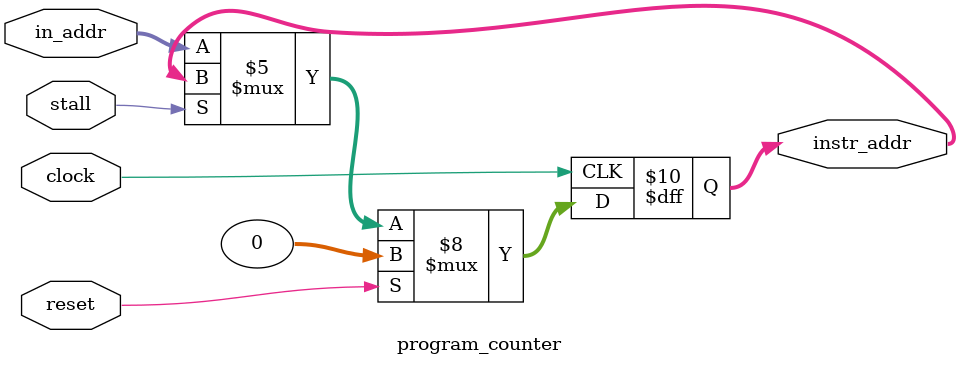
<source format=v>
module program_counter(
	input wire clock,
	input wire reset,
	input wire [31:0] in_addr,
	input wire stall,
	output reg [31:0] instr_addr
	);
	
	initial begin
		instr_addr <= 0;
	end
	
	
	always @(negedge clock) begin
		if (reset == 1'b1) begin
			instr_addr <= 0;
		end else begin
			if (stall == 0) begin
				instr_addr <= in_addr;
			end
		end
	end
	
endmodule
</source>
